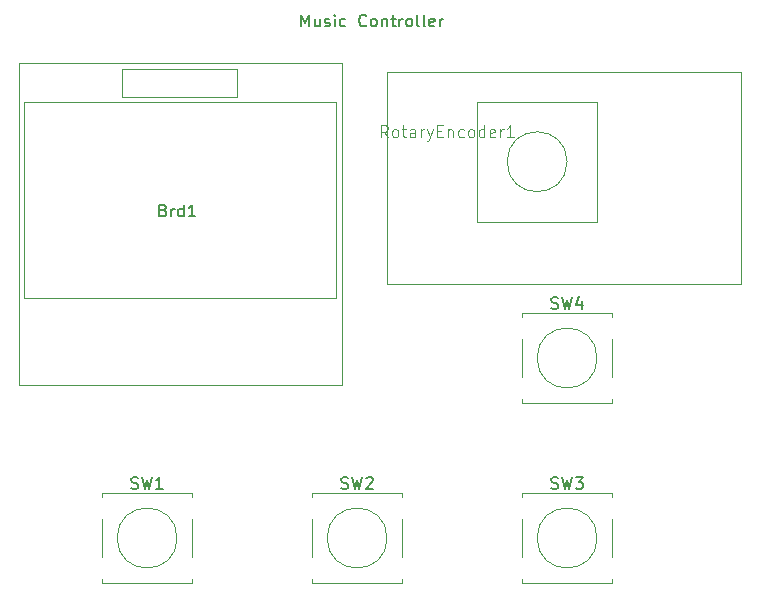
<source format=gbr>
%TF.GenerationSoftware,KiCad,Pcbnew,7.0.9*%
%TF.CreationDate,2023-12-01T18:07:20+01:00*%
%TF.ProjectId,MusicControllerPCB,4d757369-6343-46f6-9e74-726f6c6c6572,rev?*%
%TF.SameCoordinates,Original*%
%TF.FileFunction,Legend,Top*%
%TF.FilePolarity,Positive*%
%FSLAX46Y46*%
G04 Gerber Fmt 4.6, Leading zero omitted, Abs format (unit mm)*
G04 Created by KiCad (PCBNEW 7.0.9) date 2023-12-01 18:07:20*
%MOMM*%
%LPD*%
G01*
G04 APERTURE LIST*
%ADD10C,0.150000*%
%ADD11C,0.100000*%
%ADD12C,0.120000*%
G04 APERTURE END LIST*
D10*
X76536779Y-58289819D02*
X76536779Y-57289819D01*
X76536779Y-57289819D02*
X76870112Y-58004104D01*
X76870112Y-58004104D02*
X77203445Y-57289819D01*
X77203445Y-57289819D02*
X77203445Y-58289819D01*
X78108207Y-57623152D02*
X78108207Y-58289819D01*
X77679636Y-57623152D02*
X77679636Y-58146961D01*
X77679636Y-58146961D02*
X77727255Y-58242200D01*
X77727255Y-58242200D02*
X77822493Y-58289819D01*
X77822493Y-58289819D02*
X77965350Y-58289819D01*
X77965350Y-58289819D02*
X78060588Y-58242200D01*
X78060588Y-58242200D02*
X78108207Y-58194580D01*
X78536779Y-58242200D02*
X78632017Y-58289819D01*
X78632017Y-58289819D02*
X78822493Y-58289819D01*
X78822493Y-58289819D02*
X78917731Y-58242200D01*
X78917731Y-58242200D02*
X78965350Y-58146961D01*
X78965350Y-58146961D02*
X78965350Y-58099342D01*
X78965350Y-58099342D02*
X78917731Y-58004104D01*
X78917731Y-58004104D02*
X78822493Y-57956485D01*
X78822493Y-57956485D02*
X78679636Y-57956485D01*
X78679636Y-57956485D02*
X78584398Y-57908866D01*
X78584398Y-57908866D02*
X78536779Y-57813628D01*
X78536779Y-57813628D02*
X78536779Y-57766009D01*
X78536779Y-57766009D02*
X78584398Y-57670771D01*
X78584398Y-57670771D02*
X78679636Y-57623152D01*
X78679636Y-57623152D02*
X78822493Y-57623152D01*
X78822493Y-57623152D02*
X78917731Y-57670771D01*
X79393922Y-58289819D02*
X79393922Y-57623152D01*
X79393922Y-57289819D02*
X79346303Y-57337438D01*
X79346303Y-57337438D02*
X79393922Y-57385057D01*
X79393922Y-57385057D02*
X79441541Y-57337438D01*
X79441541Y-57337438D02*
X79393922Y-57289819D01*
X79393922Y-57289819D02*
X79393922Y-57385057D01*
X80298683Y-58242200D02*
X80203445Y-58289819D01*
X80203445Y-58289819D02*
X80012969Y-58289819D01*
X80012969Y-58289819D02*
X79917731Y-58242200D01*
X79917731Y-58242200D02*
X79870112Y-58194580D01*
X79870112Y-58194580D02*
X79822493Y-58099342D01*
X79822493Y-58099342D02*
X79822493Y-57813628D01*
X79822493Y-57813628D02*
X79870112Y-57718390D01*
X79870112Y-57718390D02*
X79917731Y-57670771D01*
X79917731Y-57670771D02*
X80012969Y-57623152D01*
X80012969Y-57623152D02*
X80203445Y-57623152D01*
X80203445Y-57623152D02*
X80298683Y-57670771D01*
X82060588Y-58194580D02*
X82012969Y-58242200D01*
X82012969Y-58242200D02*
X81870112Y-58289819D01*
X81870112Y-58289819D02*
X81774874Y-58289819D01*
X81774874Y-58289819D02*
X81632017Y-58242200D01*
X81632017Y-58242200D02*
X81536779Y-58146961D01*
X81536779Y-58146961D02*
X81489160Y-58051723D01*
X81489160Y-58051723D02*
X81441541Y-57861247D01*
X81441541Y-57861247D02*
X81441541Y-57718390D01*
X81441541Y-57718390D02*
X81489160Y-57527914D01*
X81489160Y-57527914D02*
X81536779Y-57432676D01*
X81536779Y-57432676D02*
X81632017Y-57337438D01*
X81632017Y-57337438D02*
X81774874Y-57289819D01*
X81774874Y-57289819D02*
X81870112Y-57289819D01*
X81870112Y-57289819D02*
X82012969Y-57337438D01*
X82012969Y-57337438D02*
X82060588Y-57385057D01*
X82632017Y-58289819D02*
X82536779Y-58242200D01*
X82536779Y-58242200D02*
X82489160Y-58194580D01*
X82489160Y-58194580D02*
X82441541Y-58099342D01*
X82441541Y-58099342D02*
X82441541Y-57813628D01*
X82441541Y-57813628D02*
X82489160Y-57718390D01*
X82489160Y-57718390D02*
X82536779Y-57670771D01*
X82536779Y-57670771D02*
X82632017Y-57623152D01*
X82632017Y-57623152D02*
X82774874Y-57623152D01*
X82774874Y-57623152D02*
X82870112Y-57670771D01*
X82870112Y-57670771D02*
X82917731Y-57718390D01*
X82917731Y-57718390D02*
X82965350Y-57813628D01*
X82965350Y-57813628D02*
X82965350Y-58099342D01*
X82965350Y-58099342D02*
X82917731Y-58194580D01*
X82917731Y-58194580D02*
X82870112Y-58242200D01*
X82870112Y-58242200D02*
X82774874Y-58289819D01*
X82774874Y-58289819D02*
X82632017Y-58289819D01*
X83393922Y-57623152D02*
X83393922Y-58289819D01*
X83393922Y-57718390D02*
X83441541Y-57670771D01*
X83441541Y-57670771D02*
X83536779Y-57623152D01*
X83536779Y-57623152D02*
X83679636Y-57623152D01*
X83679636Y-57623152D02*
X83774874Y-57670771D01*
X83774874Y-57670771D02*
X83822493Y-57766009D01*
X83822493Y-57766009D02*
X83822493Y-58289819D01*
X84155827Y-57623152D02*
X84536779Y-57623152D01*
X84298684Y-57289819D02*
X84298684Y-58146961D01*
X84298684Y-58146961D02*
X84346303Y-58242200D01*
X84346303Y-58242200D02*
X84441541Y-58289819D01*
X84441541Y-58289819D02*
X84536779Y-58289819D01*
X84870113Y-58289819D02*
X84870113Y-57623152D01*
X84870113Y-57813628D02*
X84917732Y-57718390D01*
X84917732Y-57718390D02*
X84965351Y-57670771D01*
X84965351Y-57670771D02*
X85060589Y-57623152D01*
X85060589Y-57623152D02*
X85155827Y-57623152D01*
X85632018Y-58289819D02*
X85536780Y-58242200D01*
X85536780Y-58242200D02*
X85489161Y-58194580D01*
X85489161Y-58194580D02*
X85441542Y-58099342D01*
X85441542Y-58099342D02*
X85441542Y-57813628D01*
X85441542Y-57813628D02*
X85489161Y-57718390D01*
X85489161Y-57718390D02*
X85536780Y-57670771D01*
X85536780Y-57670771D02*
X85632018Y-57623152D01*
X85632018Y-57623152D02*
X85774875Y-57623152D01*
X85774875Y-57623152D02*
X85870113Y-57670771D01*
X85870113Y-57670771D02*
X85917732Y-57718390D01*
X85917732Y-57718390D02*
X85965351Y-57813628D01*
X85965351Y-57813628D02*
X85965351Y-58099342D01*
X85965351Y-58099342D02*
X85917732Y-58194580D01*
X85917732Y-58194580D02*
X85870113Y-58242200D01*
X85870113Y-58242200D02*
X85774875Y-58289819D01*
X85774875Y-58289819D02*
X85632018Y-58289819D01*
X86536780Y-58289819D02*
X86441542Y-58242200D01*
X86441542Y-58242200D02*
X86393923Y-58146961D01*
X86393923Y-58146961D02*
X86393923Y-57289819D01*
X87060590Y-58289819D02*
X86965352Y-58242200D01*
X86965352Y-58242200D02*
X86917733Y-58146961D01*
X86917733Y-58146961D02*
X86917733Y-57289819D01*
X87822495Y-58242200D02*
X87727257Y-58289819D01*
X87727257Y-58289819D02*
X87536781Y-58289819D01*
X87536781Y-58289819D02*
X87441543Y-58242200D01*
X87441543Y-58242200D02*
X87393924Y-58146961D01*
X87393924Y-58146961D02*
X87393924Y-57766009D01*
X87393924Y-57766009D02*
X87441543Y-57670771D01*
X87441543Y-57670771D02*
X87536781Y-57623152D01*
X87536781Y-57623152D02*
X87727257Y-57623152D01*
X87727257Y-57623152D02*
X87822495Y-57670771D01*
X87822495Y-57670771D02*
X87870114Y-57766009D01*
X87870114Y-57766009D02*
X87870114Y-57861247D01*
X87870114Y-57861247D02*
X87393924Y-57956485D01*
X88298686Y-58289819D02*
X88298686Y-57623152D01*
X88298686Y-57813628D02*
X88346305Y-57718390D01*
X88346305Y-57718390D02*
X88393924Y-57670771D01*
X88393924Y-57670771D02*
X88489162Y-57623152D01*
X88489162Y-57623152D02*
X88584400Y-57623152D01*
X64873333Y-73845009D02*
X65016190Y-73892628D01*
X65016190Y-73892628D02*
X65063809Y-73940247D01*
X65063809Y-73940247D02*
X65111428Y-74035485D01*
X65111428Y-74035485D02*
X65111428Y-74178342D01*
X65111428Y-74178342D02*
X65063809Y-74273580D01*
X65063809Y-74273580D02*
X65016190Y-74321200D01*
X65016190Y-74321200D02*
X64920952Y-74368819D01*
X64920952Y-74368819D02*
X64540000Y-74368819D01*
X64540000Y-74368819D02*
X64540000Y-73368819D01*
X64540000Y-73368819D02*
X64873333Y-73368819D01*
X64873333Y-73368819D02*
X64968571Y-73416438D01*
X64968571Y-73416438D02*
X65016190Y-73464057D01*
X65016190Y-73464057D02*
X65063809Y-73559295D01*
X65063809Y-73559295D02*
X65063809Y-73654533D01*
X65063809Y-73654533D02*
X65016190Y-73749771D01*
X65016190Y-73749771D02*
X64968571Y-73797390D01*
X64968571Y-73797390D02*
X64873333Y-73845009D01*
X64873333Y-73845009D02*
X64540000Y-73845009D01*
X65540000Y-74368819D02*
X65540000Y-73702152D01*
X65540000Y-73892628D02*
X65587619Y-73797390D01*
X65587619Y-73797390D02*
X65635238Y-73749771D01*
X65635238Y-73749771D02*
X65730476Y-73702152D01*
X65730476Y-73702152D02*
X65825714Y-73702152D01*
X66587619Y-74368819D02*
X66587619Y-73368819D01*
X66587619Y-74321200D02*
X66492381Y-74368819D01*
X66492381Y-74368819D02*
X66301905Y-74368819D01*
X66301905Y-74368819D02*
X66206667Y-74321200D01*
X66206667Y-74321200D02*
X66159048Y-74273580D01*
X66159048Y-74273580D02*
X66111429Y-74178342D01*
X66111429Y-74178342D02*
X66111429Y-73892628D01*
X66111429Y-73892628D02*
X66159048Y-73797390D01*
X66159048Y-73797390D02*
X66206667Y-73749771D01*
X66206667Y-73749771D02*
X66301905Y-73702152D01*
X66301905Y-73702152D02*
X66492381Y-73702152D01*
X66492381Y-73702152D02*
X66587619Y-73749771D01*
X67587619Y-74368819D02*
X67016191Y-74368819D01*
X67301905Y-74368819D02*
X67301905Y-73368819D01*
X67301905Y-73368819D02*
X67206667Y-73511676D01*
X67206667Y-73511676D02*
X67111429Y-73606914D01*
X67111429Y-73606914D02*
X67016191Y-73654533D01*
X97726667Y-97387200D02*
X97869524Y-97434819D01*
X97869524Y-97434819D02*
X98107619Y-97434819D01*
X98107619Y-97434819D02*
X98202857Y-97387200D01*
X98202857Y-97387200D02*
X98250476Y-97339580D01*
X98250476Y-97339580D02*
X98298095Y-97244342D01*
X98298095Y-97244342D02*
X98298095Y-97149104D01*
X98298095Y-97149104D02*
X98250476Y-97053866D01*
X98250476Y-97053866D02*
X98202857Y-97006247D01*
X98202857Y-97006247D02*
X98107619Y-96958628D01*
X98107619Y-96958628D02*
X97917143Y-96911009D01*
X97917143Y-96911009D02*
X97821905Y-96863390D01*
X97821905Y-96863390D02*
X97774286Y-96815771D01*
X97774286Y-96815771D02*
X97726667Y-96720533D01*
X97726667Y-96720533D02*
X97726667Y-96625295D01*
X97726667Y-96625295D02*
X97774286Y-96530057D01*
X97774286Y-96530057D02*
X97821905Y-96482438D01*
X97821905Y-96482438D02*
X97917143Y-96434819D01*
X97917143Y-96434819D02*
X98155238Y-96434819D01*
X98155238Y-96434819D02*
X98298095Y-96482438D01*
X98631429Y-96434819D02*
X98869524Y-97434819D01*
X98869524Y-97434819D02*
X99060000Y-96720533D01*
X99060000Y-96720533D02*
X99250476Y-97434819D01*
X99250476Y-97434819D02*
X99488572Y-96434819D01*
X99774286Y-96434819D02*
X100393333Y-96434819D01*
X100393333Y-96434819D02*
X100060000Y-96815771D01*
X100060000Y-96815771D02*
X100202857Y-96815771D01*
X100202857Y-96815771D02*
X100298095Y-96863390D01*
X100298095Y-96863390D02*
X100345714Y-96911009D01*
X100345714Y-96911009D02*
X100393333Y-97006247D01*
X100393333Y-97006247D02*
X100393333Y-97244342D01*
X100393333Y-97244342D02*
X100345714Y-97339580D01*
X100345714Y-97339580D02*
X100298095Y-97387200D01*
X100298095Y-97387200D02*
X100202857Y-97434819D01*
X100202857Y-97434819D02*
X99917143Y-97434819D01*
X99917143Y-97434819D02*
X99821905Y-97387200D01*
X99821905Y-97387200D02*
X99774286Y-97339580D01*
X62166667Y-97387200D02*
X62309524Y-97434819D01*
X62309524Y-97434819D02*
X62547619Y-97434819D01*
X62547619Y-97434819D02*
X62642857Y-97387200D01*
X62642857Y-97387200D02*
X62690476Y-97339580D01*
X62690476Y-97339580D02*
X62738095Y-97244342D01*
X62738095Y-97244342D02*
X62738095Y-97149104D01*
X62738095Y-97149104D02*
X62690476Y-97053866D01*
X62690476Y-97053866D02*
X62642857Y-97006247D01*
X62642857Y-97006247D02*
X62547619Y-96958628D01*
X62547619Y-96958628D02*
X62357143Y-96911009D01*
X62357143Y-96911009D02*
X62261905Y-96863390D01*
X62261905Y-96863390D02*
X62214286Y-96815771D01*
X62214286Y-96815771D02*
X62166667Y-96720533D01*
X62166667Y-96720533D02*
X62166667Y-96625295D01*
X62166667Y-96625295D02*
X62214286Y-96530057D01*
X62214286Y-96530057D02*
X62261905Y-96482438D01*
X62261905Y-96482438D02*
X62357143Y-96434819D01*
X62357143Y-96434819D02*
X62595238Y-96434819D01*
X62595238Y-96434819D02*
X62738095Y-96482438D01*
X63071429Y-96434819D02*
X63309524Y-97434819D01*
X63309524Y-97434819D02*
X63500000Y-96720533D01*
X63500000Y-96720533D02*
X63690476Y-97434819D01*
X63690476Y-97434819D02*
X63928572Y-96434819D01*
X64833333Y-97434819D02*
X64261905Y-97434819D01*
X64547619Y-97434819D02*
X64547619Y-96434819D01*
X64547619Y-96434819D02*
X64452381Y-96577676D01*
X64452381Y-96577676D02*
X64357143Y-96672914D01*
X64357143Y-96672914D02*
X64261905Y-96720533D01*
X79946667Y-97387200D02*
X80089524Y-97434819D01*
X80089524Y-97434819D02*
X80327619Y-97434819D01*
X80327619Y-97434819D02*
X80422857Y-97387200D01*
X80422857Y-97387200D02*
X80470476Y-97339580D01*
X80470476Y-97339580D02*
X80518095Y-97244342D01*
X80518095Y-97244342D02*
X80518095Y-97149104D01*
X80518095Y-97149104D02*
X80470476Y-97053866D01*
X80470476Y-97053866D02*
X80422857Y-97006247D01*
X80422857Y-97006247D02*
X80327619Y-96958628D01*
X80327619Y-96958628D02*
X80137143Y-96911009D01*
X80137143Y-96911009D02*
X80041905Y-96863390D01*
X80041905Y-96863390D02*
X79994286Y-96815771D01*
X79994286Y-96815771D02*
X79946667Y-96720533D01*
X79946667Y-96720533D02*
X79946667Y-96625295D01*
X79946667Y-96625295D02*
X79994286Y-96530057D01*
X79994286Y-96530057D02*
X80041905Y-96482438D01*
X80041905Y-96482438D02*
X80137143Y-96434819D01*
X80137143Y-96434819D02*
X80375238Y-96434819D01*
X80375238Y-96434819D02*
X80518095Y-96482438D01*
X80851429Y-96434819D02*
X81089524Y-97434819D01*
X81089524Y-97434819D02*
X81280000Y-96720533D01*
X81280000Y-96720533D02*
X81470476Y-97434819D01*
X81470476Y-97434819D02*
X81708572Y-96434819D01*
X82041905Y-96530057D02*
X82089524Y-96482438D01*
X82089524Y-96482438D02*
X82184762Y-96434819D01*
X82184762Y-96434819D02*
X82422857Y-96434819D01*
X82422857Y-96434819D02*
X82518095Y-96482438D01*
X82518095Y-96482438D02*
X82565714Y-96530057D01*
X82565714Y-96530057D02*
X82613333Y-96625295D01*
X82613333Y-96625295D02*
X82613333Y-96720533D01*
X82613333Y-96720533D02*
X82565714Y-96863390D01*
X82565714Y-96863390D02*
X81994286Y-97434819D01*
X81994286Y-97434819D02*
X82613333Y-97434819D01*
X97726667Y-82147200D02*
X97869524Y-82194819D01*
X97869524Y-82194819D02*
X98107619Y-82194819D01*
X98107619Y-82194819D02*
X98202857Y-82147200D01*
X98202857Y-82147200D02*
X98250476Y-82099580D01*
X98250476Y-82099580D02*
X98298095Y-82004342D01*
X98298095Y-82004342D02*
X98298095Y-81909104D01*
X98298095Y-81909104D02*
X98250476Y-81813866D01*
X98250476Y-81813866D02*
X98202857Y-81766247D01*
X98202857Y-81766247D02*
X98107619Y-81718628D01*
X98107619Y-81718628D02*
X97917143Y-81671009D01*
X97917143Y-81671009D02*
X97821905Y-81623390D01*
X97821905Y-81623390D02*
X97774286Y-81575771D01*
X97774286Y-81575771D02*
X97726667Y-81480533D01*
X97726667Y-81480533D02*
X97726667Y-81385295D01*
X97726667Y-81385295D02*
X97774286Y-81290057D01*
X97774286Y-81290057D02*
X97821905Y-81242438D01*
X97821905Y-81242438D02*
X97917143Y-81194819D01*
X97917143Y-81194819D02*
X98155238Y-81194819D01*
X98155238Y-81194819D02*
X98298095Y-81242438D01*
X98631429Y-81194819D02*
X98869524Y-82194819D01*
X98869524Y-82194819D02*
X99060000Y-81480533D01*
X99060000Y-81480533D02*
X99250476Y-82194819D01*
X99250476Y-82194819D02*
X99488572Y-81194819D01*
X100298095Y-81528152D02*
X100298095Y-82194819D01*
X100060000Y-81147200D02*
X99821905Y-81861485D01*
X99821905Y-81861485D02*
X100440952Y-81861485D01*
D11*
X83876189Y-67657419D02*
X83542856Y-67181228D01*
X83304761Y-67657419D02*
X83304761Y-66657419D01*
X83304761Y-66657419D02*
X83685713Y-66657419D01*
X83685713Y-66657419D02*
X83780951Y-66705038D01*
X83780951Y-66705038D02*
X83828570Y-66752657D01*
X83828570Y-66752657D02*
X83876189Y-66847895D01*
X83876189Y-66847895D02*
X83876189Y-66990752D01*
X83876189Y-66990752D02*
X83828570Y-67085990D01*
X83828570Y-67085990D02*
X83780951Y-67133609D01*
X83780951Y-67133609D02*
X83685713Y-67181228D01*
X83685713Y-67181228D02*
X83304761Y-67181228D01*
X84447618Y-67657419D02*
X84352380Y-67609800D01*
X84352380Y-67609800D02*
X84304761Y-67562180D01*
X84304761Y-67562180D02*
X84257142Y-67466942D01*
X84257142Y-67466942D02*
X84257142Y-67181228D01*
X84257142Y-67181228D02*
X84304761Y-67085990D01*
X84304761Y-67085990D02*
X84352380Y-67038371D01*
X84352380Y-67038371D02*
X84447618Y-66990752D01*
X84447618Y-66990752D02*
X84590475Y-66990752D01*
X84590475Y-66990752D02*
X84685713Y-67038371D01*
X84685713Y-67038371D02*
X84733332Y-67085990D01*
X84733332Y-67085990D02*
X84780951Y-67181228D01*
X84780951Y-67181228D02*
X84780951Y-67466942D01*
X84780951Y-67466942D02*
X84733332Y-67562180D01*
X84733332Y-67562180D02*
X84685713Y-67609800D01*
X84685713Y-67609800D02*
X84590475Y-67657419D01*
X84590475Y-67657419D02*
X84447618Y-67657419D01*
X85066666Y-66990752D02*
X85447618Y-66990752D01*
X85209523Y-66657419D02*
X85209523Y-67514561D01*
X85209523Y-67514561D02*
X85257142Y-67609800D01*
X85257142Y-67609800D02*
X85352380Y-67657419D01*
X85352380Y-67657419D02*
X85447618Y-67657419D01*
X86209523Y-67657419D02*
X86209523Y-67133609D01*
X86209523Y-67133609D02*
X86161904Y-67038371D01*
X86161904Y-67038371D02*
X86066666Y-66990752D01*
X86066666Y-66990752D02*
X85876190Y-66990752D01*
X85876190Y-66990752D02*
X85780952Y-67038371D01*
X86209523Y-67609800D02*
X86114285Y-67657419D01*
X86114285Y-67657419D02*
X85876190Y-67657419D01*
X85876190Y-67657419D02*
X85780952Y-67609800D01*
X85780952Y-67609800D02*
X85733333Y-67514561D01*
X85733333Y-67514561D02*
X85733333Y-67419323D01*
X85733333Y-67419323D02*
X85780952Y-67324085D01*
X85780952Y-67324085D02*
X85876190Y-67276466D01*
X85876190Y-67276466D02*
X86114285Y-67276466D01*
X86114285Y-67276466D02*
X86209523Y-67228847D01*
X86685714Y-67657419D02*
X86685714Y-66990752D01*
X86685714Y-67181228D02*
X86733333Y-67085990D01*
X86733333Y-67085990D02*
X86780952Y-67038371D01*
X86780952Y-67038371D02*
X86876190Y-66990752D01*
X86876190Y-66990752D02*
X86971428Y-66990752D01*
X87209524Y-66990752D02*
X87447619Y-67657419D01*
X87685714Y-66990752D02*
X87447619Y-67657419D01*
X87447619Y-67657419D02*
X87352381Y-67895514D01*
X87352381Y-67895514D02*
X87304762Y-67943133D01*
X87304762Y-67943133D02*
X87209524Y-67990752D01*
X88066667Y-67133609D02*
X88400000Y-67133609D01*
X88542857Y-67657419D02*
X88066667Y-67657419D01*
X88066667Y-67657419D02*
X88066667Y-66657419D01*
X88066667Y-66657419D02*
X88542857Y-66657419D01*
X88971429Y-66990752D02*
X88971429Y-67657419D01*
X88971429Y-67085990D02*
X89019048Y-67038371D01*
X89019048Y-67038371D02*
X89114286Y-66990752D01*
X89114286Y-66990752D02*
X89257143Y-66990752D01*
X89257143Y-66990752D02*
X89352381Y-67038371D01*
X89352381Y-67038371D02*
X89400000Y-67133609D01*
X89400000Y-67133609D02*
X89400000Y-67657419D01*
X90304762Y-67609800D02*
X90209524Y-67657419D01*
X90209524Y-67657419D02*
X90019048Y-67657419D01*
X90019048Y-67657419D02*
X89923810Y-67609800D01*
X89923810Y-67609800D02*
X89876191Y-67562180D01*
X89876191Y-67562180D02*
X89828572Y-67466942D01*
X89828572Y-67466942D02*
X89828572Y-67181228D01*
X89828572Y-67181228D02*
X89876191Y-67085990D01*
X89876191Y-67085990D02*
X89923810Y-67038371D01*
X89923810Y-67038371D02*
X90019048Y-66990752D01*
X90019048Y-66990752D02*
X90209524Y-66990752D01*
X90209524Y-66990752D02*
X90304762Y-67038371D01*
X90876191Y-67657419D02*
X90780953Y-67609800D01*
X90780953Y-67609800D02*
X90733334Y-67562180D01*
X90733334Y-67562180D02*
X90685715Y-67466942D01*
X90685715Y-67466942D02*
X90685715Y-67181228D01*
X90685715Y-67181228D02*
X90733334Y-67085990D01*
X90733334Y-67085990D02*
X90780953Y-67038371D01*
X90780953Y-67038371D02*
X90876191Y-66990752D01*
X90876191Y-66990752D02*
X91019048Y-66990752D01*
X91019048Y-66990752D02*
X91114286Y-67038371D01*
X91114286Y-67038371D02*
X91161905Y-67085990D01*
X91161905Y-67085990D02*
X91209524Y-67181228D01*
X91209524Y-67181228D02*
X91209524Y-67466942D01*
X91209524Y-67466942D02*
X91161905Y-67562180D01*
X91161905Y-67562180D02*
X91114286Y-67609800D01*
X91114286Y-67609800D02*
X91019048Y-67657419D01*
X91019048Y-67657419D02*
X90876191Y-67657419D01*
X92066667Y-67657419D02*
X92066667Y-66657419D01*
X92066667Y-67609800D02*
X91971429Y-67657419D01*
X91971429Y-67657419D02*
X91780953Y-67657419D01*
X91780953Y-67657419D02*
X91685715Y-67609800D01*
X91685715Y-67609800D02*
X91638096Y-67562180D01*
X91638096Y-67562180D02*
X91590477Y-67466942D01*
X91590477Y-67466942D02*
X91590477Y-67181228D01*
X91590477Y-67181228D02*
X91638096Y-67085990D01*
X91638096Y-67085990D02*
X91685715Y-67038371D01*
X91685715Y-67038371D02*
X91780953Y-66990752D01*
X91780953Y-66990752D02*
X91971429Y-66990752D01*
X91971429Y-66990752D02*
X92066667Y-67038371D01*
X92923810Y-67609800D02*
X92828572Y-67657419D01*
X92828572Y-67657419D02*
X92638096Y-67657419D01*
X92638096Y-67657419D02*
X92542858Y-67609800D01*
X92542858Y-67609800D02*
X92495239Y-67514561D01*
X92495239Y-67514561D02*
X92495239Y-67133609D01*
X92495239Y-67133609D02*
X92542858Y-67038371D01*
X92542858Y-67038371D02*
X92638096Y-66990752D01*
X92638096Y-66990752D02*
X92828572Y-66990752D01*
X92828572Y-66990752D02*
X92923810Y-67038371D01*
X92923810Y-67038371D02*
X92971429Y-67133609D01*
X92971429Y-67133609D02*
X92971429Y-67228847D01*
X92971429Y-67228847D02*
X92495239Y-67324085D01*
X93400001Y-67657419D02*
X93400001Y-66990752D01*
X93400001Y-67181228D02*
X93447620Y-67085990D01*
X93447620Y-67085990D02*
X93495239Y-67038371D01*
X93495239Y-67038371D02*
X93590477Y-66990752D01*
X93590477Y-66990752D02*
X93685715Y-66990752D01*
X94542858Y-67657419D02*
X93971430Y-67657419D01*
X94257144Y-67657419D02*
X94257144Y-66657419D01*
X94257144Y-66657419D02*
X94161906Y-66800276D01*
X94161906Y-66800276D02*
X94066668Y-66895514D01*
X94066668Y-66895514D02*
X93971430Y-66943133D01*
D12*
%TO.C,Brd1*%
X52640000Y-61360000D02*
X80040000Y-61360000D01*
X52640000Y-88660000D02*
X52640000Y-61360000D01*
X53062000Y-64655000D02*
X76162000Y-64655000D01*
X53062000Y-81255000D02*
X53062000Y-64655000D01*
X61341000Y-61849000D02*
X61341000Y-64262000D01*
X61341000Y-61849000D02*
X71120000Y-61849000D01*
X71120000Y-61849000D02*
X71120000Y-64262000D01*
X71120000Y-64262000D02*
X61341000Y-64262000D01*
X76162000Y-64655000D02*
X79248000Y-64655000D01*
X76162000Y-81255000D02*
X53062000Y-81255000D01*
X76162000Y-81255000D02*
X79502000Y-81280000D01*
X79502000Y-64643000D02*
X79248000Y-64655000D01*
X79502000Y-81280000D02*
X79502000Y-64643000D01*
X80040000Y-61360000D02*
X80040000Y-88660000D01*
X80040000Y-88660000D02*
X52640000Y-88660000D01*
%TO.C,SW3*%
X95250000Y-97790000D02*
X95250000Y-98090000D01*
X95250000Y-97790000D02*
X102870000Y-97790000D01*
X95250000Y-100030000D02*
X95250000Y-103170000D01*
X95250000Y-105110000D02*
X95250000Y-105410000D01*
X102870000Y-97790000D02*
X102870000Y-98090000D01*
X102870000Y-100030000D02*
X102870000Y-103170000D01*
X102870000Y-105110000D02*
X102870000Y-105410000D01*
X102870000Y-105410000D02*
X95250000Y-105410000D01*
X101600000Y-101600000D02*
G75*
G03*
X101600000Y-101600000I-2540000J0D01*
G01*
%TO.C,SW1*%
X59690000Y-97790000D02*
X59690000Y-98090000D01*
X59690000Y-97790000D02*
X67310000Y-97790000D01*
X59690000Y-100030000D02*
X59690000Y-103170000D01*
X59690000Y-105110000D02*
X59690000Y-105410000D01*
X67310000Y-97790000D02*
X67310000Y-98090000D01*
X67310000Y-100030000D02*
X67310000Y-103170000D01*
X67310000Y-105110000D02*
X67310000Y-105410000D01*
X67310000Y-105410000D02*
X59690000Y-105410000D01*
X66040000Y-101600000D02*
G75*
G03*
X66040000Y-101600000I-2540000J0D01*
G01*
%TO.C,SW2*%
X77470000Y-97790000D02*
X77470000Y-98090000D01*
X77470000Y-97790000D02*
X85090000Y-97790000D01*
X77470000Y-100030000D02*
X77470000Y-103170000D01*
X77470000Y-105110000D02*
X77470000Y-105410000D01*
X85090000Y-97790000D02*
X85090000Y-98090000D01*
X85090000Y-100030000D02*
X85090000Y-103170000D01*
X85090000Y-105110000D02*
X85090000Y-105410000D01*
X85090000Y-105410000D02*
X77470000Y-105410000D01*
X83820000Y-101600000D02*
G75*
G03*
X83820000Y-101600000I-2540000J0D01*
G01*
%TO.C,SW4*%
X95250000Y-82550000D02*
X95250000Y-82850000D01*
X95250000Y-82550000D02*
X102870000Y-82550000D01*
X95250000Y-84790000D02*
X95250000Y-87930000D01*
X95250000Y-89870000D02*
X95250000Y-90170000D01*
X102870000Y-82550000D02*
X102870000Y-82850000D01*
X102870000Y-84790000D02*
X102870000Y-87930000D01*
X102870000Y-89870000D02*
X102870000Y-90170000D01*
X102870000Y-90170000D02*
X95250000Y-90170000D01*
X101600000Y-86360000D02*
G75*
G03*
X101600000Y-86360000I-2540000J0D01*
G01*
D11*
%TO.C,RotaryEncoder1*%
X83820000Y-62120000D02*
X113820000Y-62120000D01*
X113820000Y-62120000D02*
X113820000Y-80120000D01*
X113820000Y-80120000D02*
X83820000Y-80120000D01*
X83820000Y-80120000D02*
X83820000Y-62120000D01*
X91440000Y-64660000D02*
X101600000Y-64660000D01*
X101600000Y-64660000D02*
X101600000Y-74820000D01*
X101600000Y-74820000D02*
X91440000Y-74820000D01*
X91440000Y-74820000D02*
X91440000Y-64660000D01*
X99060000Y-69740000D02*
G75*
G03*
X99060000Y-69740000I-2540000J0D01*
G01*
%TD*%
M02*

</source>
